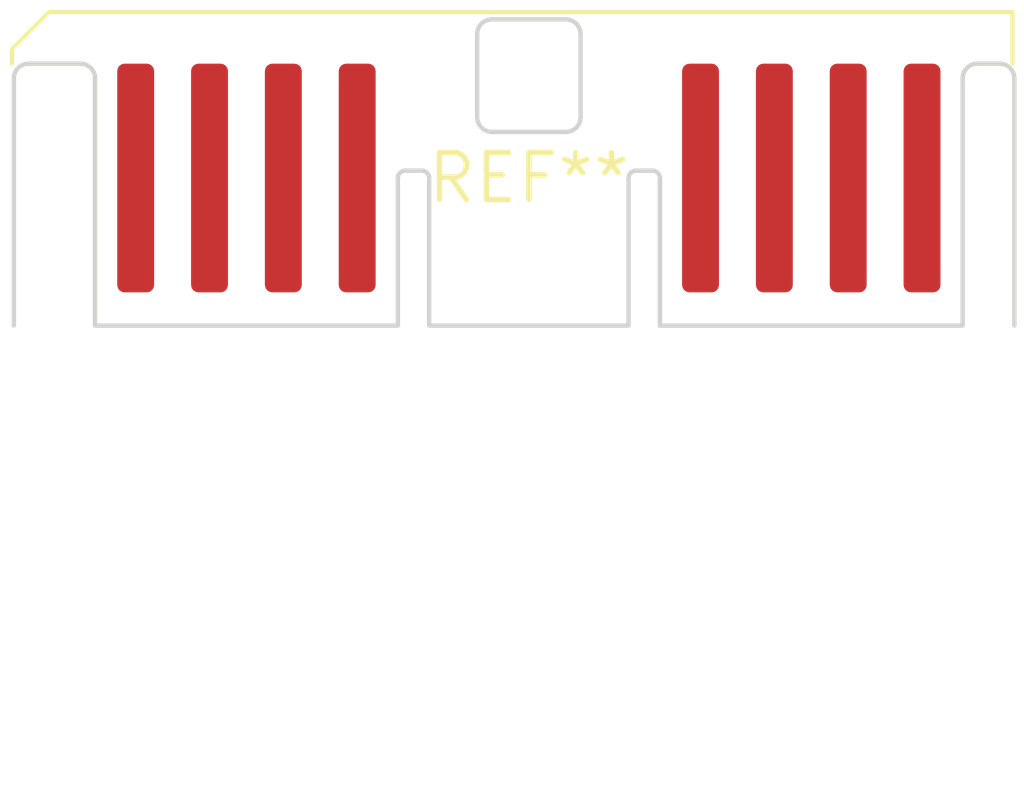
<source format=kicad_pcb>
(kicad_pcb (version 20240108) (generator pcbnew)
  (layers (0 "F.Cu" signal) (31 "B.Cu" signal) (34 "B.Paste" user) (35 "F.Paste" user) (36 "B.SilkS" user "B.Silkscreen") (37 "F.SilkS" user "F.Silkscreen") (38 "B.Mask" user) (39 "F.Mask" user) (44 "Edge.Cuts" user))
  (net 0 "")
  (footprint "molex_EDGELOCK_8-CKT" (layer "F.Cu") (at 0 0)
    (property "Reference" "REF**")
    (property "Value" "molex_EDGELOCK_8-CKT")
    (fp_line (start -14 -3.5) (end -13 -4.5) (layer "F.SilkS") (stroke (width 0.12)))
    (fp_line (start -14 -3.1) (end -14 -3.5) (layer "F.SilkS") (stroke (width 0.12)))
    (fp_line (start -13 -4.5) (end 13.1 -4.5) (layer "F.SilkS") (stroke (width 0.12)))
    (fp_line (start 13.1 -4.5) (end 13.1 -3.1) (layer "F.SilkS") (stroke (width 0.12)))
    (fp_line (start -13.95 4) (end -13.95 -2.7) (layer "Edge.Cuts") (stroke (width 0.12)))
    (fp_line (start -13.55 -3.1) (end -12.15 -3.1) (layer "Edge.Cuts") (stroke (width 0.12)))
    (fp_line (start -11.75 -2.7) (end -11.75 4) (layer "Edge.Cuts") (stroke (width 0.12)))
    (fp_line (start -11.75 4) (end -3.55 4) (layer "Edge.Cuts") (stroke (width 0.12)))
    (fp_line (start -3.55 4) (end -3.55 0) (layer "Edge.Cuts") (stroke (width 0.12)))
    (fp_line (start -3.35 -0.2) (end -2.9 -0.2) (layer "Edge.Cuts") (stroke (width 0.12)))
    (fp_line (start -2.7 0) (end -2.7 4) (layer "Edge.Cuts") (stroke (width 0.12)))
    (fp_line (start -2.7 4) (end 2.7 4) (layer "Edge.Cuts") (stroke (width 0.12)))
    (fp_line (start -1.4 -3.9) (end -1.4 -1.65) (layer "Edge.Cuts") (stroke (width 0.12)))
    (fp_line (start -1 -1.25) (end 1 -1.25) (layer "Edge.Cuts") (stroke (width 0.12)))
    (fp_line (start 1 -4.3) (end -1 -4.3) (layer "Edge.Cuts") (stroke (width 0.12)))
    (fp_line (start 1.4 -1.65) (end 1.4 -3.9) (layer "Edge.Cuts") (stroke (width 0.12)))
    (fp_line (start 2.7 4) (end 2.7 0) (layer "Edge.Cuts") (stroke (width 0.12)))
    (fp_line (start 2.9 -0.2) (end 3.35 -0.2) (layer "Edge.Cuts") (stroke (width 0.12)))
    (fp_line (start 3.55 0) (end 3.55 4) (layer "Edge.Cuts") (stroke (width 0.12)))
    (fp_line (start 3.55 4) (end 11.75 4) (layer "Edge.Cuts") (stroke (width 0.12)))
    (fp_line (start 11.75 4) (end 11.75 -2.7) (layer "Edge.Cuts") (stroke (width 0.12)))
    (fp_line (start 12.15 -3.1) (end 12.75 -3.1) (layer "Edge.Cuts") (stroke (width 0.12)))
    (fp_line (start 13.15 -2.7) (end 13.15 4) (layer "Edge.Cuts") (stroke (width 0.12)))
    (fp_arc (start -13.95 -2.7) (mid -13.832843 -2.982843) (end -13.55 -3.1) (layer "Edge.Cuts") (stroke (width 0.12)))
    (fp_arc (start -12.15 -3.1) (mid -11.867157 -2.982843) (end -11.75 -2.7) (layer "Edge.Cuts") (stroke (width 0.12)))
    (fp_arc (start -3.55 0) (mid -3.491421 -0.141421) (end -3.35 -0.2) (layer "Edge.Cuts") (stroke (width 0.12)))
    (fp_arc (start -2.9 -0.2) (mid -2.758579 -0.141421) (end -2.7 0) (layer "Edge.Cuts") (stroke (width 0.12)))
    (fp_arc (start -1.4 -3.9) (mid -1.282843 -4.182843) (end -1 -4.3) (layer "Edge.Cuts") (stroke (width 0.12)))
    (fp_arc (start -1 -1.25) (mid -1.282843 -1.367157) (end -1.4 -1.65) (layer "Edge.Cuts") (stroke (width 0.12)))
    (fp_arc (start 1 -4.3) (mid 1.282843 -4.182843) (end 1.4 -3.9) (layer "Edge.Cuts") (stroke (width 0.12)))
    (fp_arc (start 1.4 -1.65) (mid 1.282843 -1.367157) (end 1 -1.25) (layer "Edge.Cuts") (stroke (width 0.12)))
    (fp_arc (start 2.7 0) (mid 2.758579 -0.141421) (end 2.9 -0.2) (layer "Edge.Cuts") (stroke (width 0.12)))
    (fp_arc (start 3.35 -0.2) (mid 3.491421 -0.141421) (end 3.55 0) (layer "Edge.Cuts") (stroke (width 0.12)))
    (fp_arc (start 11.75 -2.7) (mid 11.867157 -2.982843) (end 12.15 -3.1) (layer "Edge.Cuts") (stroke (width 0.12)))
    (fp_arc (start 12.75 -3.1) (mid 13.032843 -2.982843) (end 13.15 -2.7) (layer "Edge.Cuts") (stroke (width 0.12)))
    (pad "1" connect roundrect (at -10.65 0) (size 1 6.2) (layers "F.Cu" "F.Mask") (roundrect_rratio 0.2))
    (pad "2" connect roundrect (at -8.65 0) (size 1 6.2) (layers "F.Cu" "F.Mask") (roundrect_rratio 0.2))
    (pad "3" connect roundrect (at -6.65 0) (size 1 6.2) (layers "F.Cu" "F.Mask") (roundrect_rratio 0.2))
    (pad "4" connect roundrect (at -4.65 0) (size 1 6.2) (layers "F.Cu" "F.Mask") (roundrect_rratio 0.2))
    (pad "5" connect roundrect (at 4.65 0) (size 1 6.2) (layers "F.Cu" "F.Mask") (roundrect_rratio 0.2))
    (pad "6" connect roundrect (at 6.65 0) (size 1 6.2) (layers "F.Cu" "F.Mask") (roundrect_rratio 0.2))
    (pad "7" connect roundrect (at 8.65 0) (size 1 6.2) (layers "F.Cu" "F.Mask") (roundrect_rratio 0.2))
    (pad "8" connect roundrect (at 10.65 0) (size 1 6.2) (layers "F.Cu" "F.Mask") (roundrect_rratio 0.2))
  )
)
</source>
